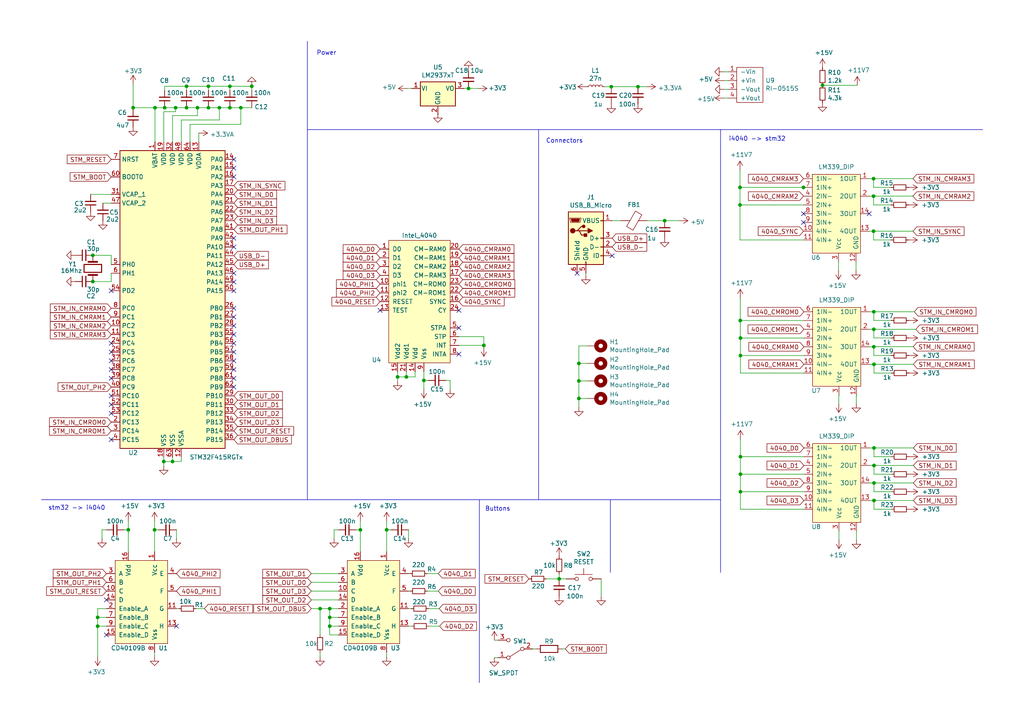
<source format=kicad_sch>
(kicad_sch (version 20230121) (generator eeschema)
  (paper "A4")
  (title_block (title "stm32-based memory emulator for MCS4 v2") (company "Mark Ablovatskii"))
  (lib_symbols
    (symbol "Connector:USB_B_Micro" (pin_names (offset 1.016))
      (property "Reference" "J" (at -5.08 11.43 0))
      (property "Value" "USB_B_Micro" (at -5.08 8.89 0))
      (symbol "USB_B_Micro_1_1"
        (pin power_out line (at 7.62 5.08 180) (length 2.54) (name "VBUS") (number "1"))
        (pin bidirectional line (at 7.62 -2.54 180) (length 2.54) (name "D-") (number "2"))
        (pin bidirectional line (at 7.62 0 180) (length 2.54) (name "D+") (number "3"))
        (pin passive line (at 7.62 -5.08 180) (length 2.54) (name "ID") (number "4"))
        (pin power_out line (at 0 -10.16 90) (length 2.54) (name "GND") (number "5"))
        (pin passive line (at -2.54 -10.16 90) (length 2.54) (name "Shield") (number "6"))
      )
    )
    (symbol "Device:C_Small" (pin_numbers hide) (pin_names (offset 0.254) hide)
      (property "Reference" "C" (at 0.254 1.778 0))
      (property "Value" "C_Small" (at 0.254 -2.032 0))
      (symbol "C_Small_1_1"
        (pin passive line (at 0 2.54 270) (length 2.032) (name "~") (number "1"))
        (pin passive line (at 0 -2.54 90) (length 2.032) (name "~") (number "2"))
      )
    )
    (symbol "Device:Crystal" (pin_numbers hide) (pin_names (offset 1.016) hide)
      (property "Reference" "Y" (at 0 3.81 0))
      (property "Value" "Crystal" (at 0 -3.81 0))
      (symbol "Crystal_1_1"
        (pin passive line (at -3.81 0 0) (length 1.27) (name "1") (number "1"))
        (pin passive line (at 3.81 0 180) (length 1.27) (name "2") (number "2"))
      )
    )
    (symbol "Device:L_Small" (pin_numbers hide) (pin_names (offset 0.254) hide)
      (property "Reference" "L" (at 0.762 1.016 0))
      (property "Value" "L_Small" (at 0.762 -1.016 0))
      (symbol "L_Small_1_1"
        (pin passive line (at 0 2.54 270) (length 0.508) (name "~") (number "1"))
        (pin passive line (at 0 -2.54 90) (length 0.508) (name "~") (number "2"))
      )
    )
    (symbol "Device:R" (pin_numbers hide) (pin_names (offset 0))
      (property "Reference" "R" (at 2.032 0 90))
      (property "Value" "R" (at 0 0 90))
      (symbol "R_1_1"
        (pin passive line (at 0 3.81 270) (length 1.27) (name "~") (number "1"))
        (pin passive line (at 0 -3.81 90) (length 1.27) (name "~") (number "2"))
      )
    )
    (symbol "Device:R_Small" (pin_numbers hide) (pin_names (offset 0.254) hide)
      (property "Reference" "R" (at 0.762 0.508 0))
      (property "Value" "R_Small" (at 0.762 -1.016 0))
      (symbol "R_Small_1_1"
        (pin passive line (at 0 2.54 270) (length 0.762) (name "~") (number "1"))
        (pin passive line (at 0 -2.54 90) (length 0.762) (name "~") (number "2"))
      )
    )
    (symbol "Mechanical:MountingHole_Pad" (pin_numbers hide) (pin_names (offset 1.016) hide)
      (property "Reference" "H" (at 0 6.35 0))
      (property "Value" "MountingHole_Pad" (at 0 4.445 0))
      (symbol "MountingHole_Pad_1_1"
        (pin input line (at 0 -2.54 90) (length 2.54) (name "1") (number "1"))
      )
    )
    (symbol "Regulator_Linear:LM2937xT" (pin_names (offset 0.254))
      (property "Reference" "U" (at -3.81 3.175 0))
      (property "Value" "LM2937xT" (at 0 3.175 0))
      (symbol "LM2937xT_1_1"
        (pin power_in line (at -7.62 0 0) (length 2.54) (name "VI") (number "1"))
        (pin power_in line (at 0 -7.62 90) (length 2.54) (name "GND") (number "2"))
        (pin power_out line (at 7.62 0 180) (length 2.54) (name "VO") (number "3"))
      )
    )
    (symbol "Switch:SW_Push" (pin_numbers hide) (pin_names (offset 1.016) hide)
      (property "Reference" "SW" (at 1.27 2.54 0))
      (property "Value" "SW_Push" (at 0 -1.524 0))
      (symbol "SW_Push_0_1"
        (pin passive line (at -5.08 0 0) (length 2.54) (name "1") (number "1"))
        (pin passive line (at 5.08 0 180) (length 2.54) (name "2") (number "2"))
      )
    )
    (symbol "Switch:SW_SPDT" (pin_names (offset 0) hide)
      (property "Reference" "SW" (at 0 4.318 0))
      (property "Value" "SW_SPDT" (at 0 -5.08 0))
      (symbol "SW_SPDT_1_1"
        (pin passive line (at 5.08 2.54 180) (length 2.54) (name "A") (number "1"))
        (pin passive line (at -5.08 0 0) (length 2.54) (name "B") (number "2"))
        (pin passive line (at 5.08 -2.54 180) (length 2.54) (name "C") (number "3"))
      )
    )
    (symbol "i4040-sbc:+11V7-power" (power) (pin_names (offset 0))
      (property "Value" "+11V7-power" (at 0 3.556 0))
      (symbol "+11V7-power_1_1"
        (pin power_in line (at 0 0 90) (length 0) hide (name "+11V7") (number "1"))
      )
    )
    (symbol "i4040-sbc:+3.3V-power" (power) (pin_names (offset 0))
      (property "Value" "+3.3V-power" (at 0 3.556 0))
      (symbol "+3.3V-power_1_1"
        (pin power_in line (at 0 0 90) (length 0) hide (name "+3V3") (number "1"))
      )
    )
    (symbol "i4040-sbc:CD40109B-Logic_LevelTranslator" (pin_names (offset 1.016))
      (property "Reference" "U?" (at -1.27 2.54 0))
      (property "Value" "Logic_LevelTranslator_CD40109B" (at -3.81 -24.13 0))
      (symbol "CD40109B-Logic_LevelTranslator_1_1"
        (pin power_in line (at 3.81 3.81 270) (length 2.54) (name "Vcc") (number "1"))
        (pin input line (at -10.16 -7.62 0) (length 2.54) (name "C") (number "10"))
        (pin output line (at 10.16 -12.7 180) (length 2.54) (name "G") (number "11"))
        (pin output line (at 10.16 -17.78 180) (length 2.54) (name "H") (number "13"))
        (pin input line (at -10.16 -10.16 0) (length 2.54) (name "D") (number "14"))
        (pin input line (at -10.16 -20.32 0) (length 2.54) (name "Enable_D") (number "15"))
        (pin power_in line (at -3.81 3.81 270) (length 2.54) (name "Vdd") (number "16"))
        (pin input line (at -10.16 -12.7 0) (length 2.54) (name "Enable_A") (number "2"))
        (pin input line (at -10.16 -2.54 0) (length 2.54) (name "A") (number "3"))
        (pin output line (at 10.16 -2.54 180) (length 2.54) (name "E") (number "4"))
        (pin output line (at 10.16 -7.62 180) (length 2.54) (name "F") (number "5"))
        (pin input line (at -10.16 -5.08 0) (length 2.54) (name "B") (number "6"))
        (pin input line (at -10.16 -15.24 0) (length 2.54) (name "Enable_B") (number "7"))
        (pin power_in line (at 3.81 -25.4 90) (length 2.54) (name "Vss") (number "8"))
        (pin input line (at -10.16 -17.78 0) (length 2.54) (name "Enable_C") (number "9"))
      )
    )
    (symbol "i4040-sbc:Ferrite_Bead-Device" (pin_numbers hide) (pin_names (offset 0))
      (property "Reference" "FB" (at -3.81 0.635 90))
      (property "Value" "Device_Ferrite_Bead" (at 3.81 0 90))
      (symbol "Ferrite_Bead-Device_1_1"
        (pin passive line (at 0 3.81 270) (length 2.54) (name "~") (number "1"))
        (pin passive line (at 0 -3.81 90) (length 2.54) (name "~") (number "2"))
      )
    )
    (symbol "i4040-sbc:Intel_4040" (pin_names (offset 1.016))
      (property "Reference" "U?" (at -8.89 -38.1 0))
      (property "Value" "Intel_4040" (at 2.54 1.27 0))
      (symbol "Intel_4040_1_1"
        (pin bidirectional line (at -8.89 -2.54 0) (length 2.54) (name "D0") (number "1"))
        (pin input line (at -8.89 -12.7 0) (length 2.54) (name "phi1") (number "10"))
        (pin input line (at -8.89 -15.24 0) (length 2.54) (name "phi2") (number "11"))
        (pin input line (at -8.89 -17.78 0) (length 2.54) (name "RESET") (number "12"))
        (pin input line (at -8.89 -20.32 0) (length 2.54) (name "TEST") (number "13"))
        (pin power_in line (at 1.27 -38.1 90) (length 2.54) (name "Vdd") (number "14"))
        (pin power_in line (at -3.81 -38.1 90) (length 2.54) (name "Vdd2") (number "15"))
        (pin output line (at 13.97 -17.78 180) (length 2.54) (name "SYNC") (number "16"))
        (pin output line (at 13.97 -10.16 180) (length 2.54) (name "CM-RAM3") (number "17"))
        (pin output line (at 13.97 -7.62 180) (length 2.54) (name "CM-RAM2") (number "18"))
        (pin output line (at 13.97 -5.08 180) (length 2.54) (name "CM-RAM1") (number "19"))
        (pin bidirectional line (at -8.89 -5.08 0) (length 2.54) (name "D1") (number "2"))
        (pin output line (at 13.97 -2.54 180) (length 2.54) (name "CM-RAM0") (number "20"))
        (pin power_in line (at -1.27 -38.1 90) (length 2.54) (name "Vdd1") (number "21"))
        (pin output line (at 13.97 -15.24 180) (length 2.54) (name "CM-ROM1") (number "22"))
        (pin output line (at 13.97 -12.7 180) (length 2.54) (name "CM-ROM0") (number "23"))
        (pin output line (at 13.97 -20.32 180) (length 2.54) (name "CY") (number "24"))
        (pin bidirectional line (at -8.89 -7.62 0) (length 2.54) (name "D2") (number "3"))
        (pin bidirectional line (at -8.89 -10.16 0) (length 2.54) (name "D3") (number "4"))
        (pin output line (at 13.97 -25.4 180) (length 2.54) (name "STPA") (number "5"))
        (pin input line (at 13.97 -27.94 180) (length 2.54) (name "STP") (number "6"))
        (pin input line (at 13.97 -30.48 180) (length 2.54) (name "INT") (number "7"))
        (pin output line (at 13.97 -33.02 180) (length 2.54) (name "INTA") (number "8"))
        (pin power_in line (at 3.81 -38.1 90) (length 2.54) (name "Vss") (number "9"))
      )
    )
    (symbol "i4040-sbc:LM339_DIP-Comparator" (pin_names (offset 1.016))
      (property "Reference" "U?" (at -5.08 -25.4 0))
      (property "Value" "Comparator_LM339_DIP" (at 0 1.27 0))
      (symbol "LM339_DIP-Comparator_1_1"
        (pin output line (at 8.89 -1.27 180) (length 2.54) (name "1OUT") (number "1"))
        (pin input line (at -10.16 -16.51 0) (length 2.54) (name "4IN-") (number "10"))
        (pin input line (at -10.16 -19.05 0) (length 2.54) (name "4IN+") (number "11"))
        (pin power_in line (at 5.08 -25.4 90) (length 2.54) (name "GND") (number "12"))
        (pin output line (at 8.89 -16.51 180) (length 2.54) (name "4OUT") (number "13"))
        (pin output line (at 8.89 -11.43 180) (length 2.54) (name "3OUT") (number "14"))
        (pin output line (at 8.89 -6.35 180) (length 2.54) (name "2OUT") (number "2"))
        (pin power_in line (at 0 -25.4 90) (length 2.54) (name "Vcc") (number "3"))
        (pin input line (at -10.16 -6.35 0) (length 2.54) (name "2IN-") (number "4"))
        (pin input line (at -10.16 -8.89 0) (length 2.54) (name "2IN+") (number "5"))
        (pin input line (at -10.16 -1.27 0) (length 2.54) (name "1IN-") (number "6"))
        (pin input line (at -10.16 -3.81 0) (length 2.54) (name "1IN+") (number "7"))
        (pin input line (at -10.16 -11.43 0) (length 2.54) (name "3IN-") (number "8"))
        (pin input line (at -10.16 -13.97 0) (length 2.54) (name "3IN+") (number "9"))
      )
    )
    (symbol "i4040-sbc:RI-0515S-Converter_DCDC" (pin_names (offset 1.016))
      (property "Reference" "U9" (at 5.7912 10.1854 0))
      (property "Value" "RI-0515S" (at 5.7912 7.874 0))
      (symbol "RI-0515S-Converter_DCDC_1_1"
        (pin power_in line (at -5.08 12.7 0) (length 2.54) (name "-Vin") (number "1"))
        (pin power_in line (at -5.08 10.16 0) (length 2.54) (name "+Vin") (number "2"))
        (pin power_in line (at -5.08 7.62 0) (length 2.54) (name "-Vout") (number "3"))
        (pin power_out line (at -5.08 5.08 0) (length 2.54) (name "+Vout") (number "4"))
      )
    )
    (symbol "i4040-sbc:STM32F415RGTx-MCU_ST_STM32F4"
      (property "Reference" "U" (at -15.24 44.45 0))
      (property "Value" "MCU_ST_STM32F4_STM32F415RGTx" (at 10.16 44.45 0))
      (symbol "STM32F415RGTx-MCU_ST_STM32F4_1_1"
        (pin power_in line (at -5.08 45.72 270) (length 2.54) (name "VBAT") (number "1"))
        (pin bidirectional line (at -17.78 -7.62 0) (length 2.54) (name "PC2") (number "10"))
        (pin bidirectional line (at -17.78 -10.16 0) (length 2.54) (name "PC3") (number "11"))
        (pin power_in line (at 2.54 -45.72 90) (length 2.54) (name "VSSA") (number "12"))
        (pin power_in line (at 7.62 45.72 270) (length 2.54) (name "VDDA") (number "13"))
        (pin bidirectional line (at 17.78 40.64 180) (length 2.54) (name "PA0") (number "14"))
        (pin bidirectional line (at 17.78 38.1 180) (length 2.54) (name "PA1") (number "15"))
        (pin bidirectional line (at 17.78 35.56 180) (length 2.54) (name "PA2") (number "16"))
        (pin bidirectional line (at 17.78 33.02 180) (length 2.54) (name "PA3") (number "17"))
        (pin power_in line (at -2.54 -45.72 90) (length 2.54) (name "VSS") (number "18"))
        (pin power_in line (at -2.54 45.72 270) (length 2.54) (name "VDD") (number "19"))
        (pin bidirectional line (at -17.78 -35.56 0) (length 2.54) (name "PC13") (number "2"))
        (pin bidirectional line (at 17.78 30.48 180) (length 2.54) (name "PA4") (number "20"))
        (pin bidirectional line (at 17.78 27.94 180) (length 2.54) (name "PA5") (number "21"))
        (pin bidirectional line (at 17.78 25.4 180) (length 2.54) (name "PA6") (number "22"))
        (pin bidirectional line (at 17.78 22.86 180) (length 2.54) (name "PA7") (number "23"))
        (pin bidirectional line (at -17.78 -12.7 0) (length 2.54) (name "PC4") (number "24"))
        (pin bidirectional line (at -17.78 -15.24 0) (length 2.54) (name "PC5") (number "25"))
        (pin bidirectional line (at 17.78 -2.54 180) (length 2.54) (name "PB0") (number "26"))
        (pin bidirectional line (at 17.78 -5.08 180) (length 2.54) (name "PB1") (number "27"))
        (pin bidirectional line (at 17.78 -7.62 180) (length 2.54) (name "PB2") (number "28"))
        (pin bidirectional line (at 17.78 -27.94 180) (length 2.54) (name "PB10") (number "29"))
        (pin bidirectional line (at -17.78 -38.1 0) (length 2.54) (name "PC14") (number "3"))
        (pin bidirectional line (at 17.78 -30.48 180) (length 2.54) (name "PB11") (number "30"))
        (pin power_in line (at -17.78 30.48 0) (length 2.54) (name "VCAP_1") (number "31"))
        (pin power_in line (at 0 45.72 270) (length 2.54) (name "VDD") (number "32"))
        (pin bidirectional line (at 17.78 -33.02 180) (length 2.54) (name "PB12") (number "33"))
        (pin bidirectional line (at 17.78 -35.56 180) (length 2.54) (name "PB13") (number "34"))
        (pin bidirectional line (at 17.78 -38.1 180) (length 2.54) (name "PB14") (number "35"))
        (pin bidirectional line (at 17.78 -40.64 180) (length 2.54) (name "PB15") (number "36"))
        (pin bidirectional line (at -17.78 -17.78 0) (length 2.54) (name "PC6") (number "37"))
        (pin bidirectional line (at -17.78 -20.32 0) (length 2.54) (name "PC7") (number "38"))
        (pin bidirectional line (at -17.78 -22.86 0) (length 2.54) (name "PC8") (number "39"))
        (pin bidirectional line (at -17.78 -40.64 0) (length 2.54) (name "PC15") (number "4"))
        (pin bidirectional line (at -17.78 -25.4 0) (length 2.54) (name "PC9") (number "40"))
        (pin bidirectional line (at 17.78 20.32 180) (length 2.54) (name "PA8") (number "41"))
        (pin bidirectional line (at 17.78 17.78 180) (length 2.54) (name "PA9") (number "42"))
        (pin bidirectional line (at 17.78 15.24 180) (length 2.54) (name "PA10") (number "43"))
        (pin bidirectional line (at 17.78 12.7 180) (length 2.54) (name "PA11") (number "44"))
        (pin bidirectional line (at 17.78 10.16 180) (length 2.54) (name "PA12") (number "45"))
        (pin bidirectional line (at 17.78 7.62 180) (length 2.54) (name "PA13") (number "46"))
        (pin power_in line (at -17.78 27.94 0) (length 2.54) (name "VCAP_2") (number "47"))
        (pin power_in line (at 2.54 45.72 270) (length 2.54) (name "VDD") (number "48"))
        (pin bidirectional line (at 17.78 5.08 180) (length 2.54) (name "PA14") (number "49"))
        (pin input line (at -17.78 10.16 0) (length 2.54) (name "PH0") (number "5"))
        (pin bidirectional line (at 17.78 2.54 180) (length 2.54) (name "PA15") (number "50"))
        (pin bidirectional line (at -17.78 -27.94 0) (length 2.54) (name "PC10") (number "51"))
        (pin bidirectional line (at -17.78 -30.48 0) (length 2.54) (name "PC11") (number "52"))
        (pin bidirectional line (at -17.78 -33.02 0) (length 2.54) (name "PC12") (number "53"))
        (pin bidirectional line (at -17.78 2.54 0) (length 2.54) (name "PD2") (number "54"))
        (pin bidirectional line (at 17.78 -10.16 180) (length 2.54) (name "PB3") (number "55"))
        (pin bidirectional line (at 17.78 -12.7 180) (length 2.54) (name "PB4") (number "56"))
        (pin bidirectional line (at 17.78 -15.24 180) (length 2.54) (name "PB5") (number "57"))
        (pin bidirectional line (at 17.78 -17.78 180) (length 2.54) (name "PB6") (number "58"))
        (pin bidirectional line (at 17.78 -20.32 180) (length 2.54) (name "PB7") (number "59"))
        (pin input line (at -17.78 7.62 0) (length 2.54) (name "PH1") (number "6"))
        (pin input line (at -17.78 35.56 0) (length 2.54) (name "BOOT0") (number "60"))
        (pin bidirectional line (at 17.78 -22.86 180) (length 2.54) (name "PB8") (number "61"))
        (pin bidirectional line (at 17.78 -25.4 180) (length 2.54) (name "PB9") (number "62"))
        (pin power_in line (at 0 -45.72 90) (length 2.54) (name "VSS") (number "63"))
        (pin power_in line (at 5.08 45.72 270) (length 2.54) (name "VDD") (number "64"))
        (pin input line (at -17.78 40.64 0) (length 2.54) (name "NRST") (number "7"))
        (pin bidirectional line (at -17.78 -2.54 0) (length 2.54) (name "PC0") (number "8"))
        (pin bidirectional line (at -17.78 -5.08 0) (length 2.54) (name "PC1") (number "9"))
      )
    )
    (symbol "power:+15V" (power) (pin_names (offset 0))
      (property "Value" "+15V" (at 0 3.556 0))
      (symbol "+15V_1_1"
        (pin power_in line (at 0 0 90) (length 0) hide (name "+15V") (number "1"))
      )
    )
    (symbol "power:+3.3VA" (power) (pin_names (offset 0))
      (property "Value" "+3.3VA" (at 0 3.556 0))
      (symbol "+3.3VA_1_1"
        (pin power_in line (at 0 0 90) (length 0) hide (name "+3.3VA") (number "1"))
      )
    )
    (symbol "power:+5V" (power) (pin_names (offset 0))
      (property "Value" "+5V" (at 0 3.556 0))
      (symbol "+5V_1_1"
        (pin power_in line (at 0 0 90) (length 0) hide (name "+5V") (number "1"))
      )
    )
    (symbol "power:GND" (power) (pin_names (offset 0))
      (property "Value" "GND" (at 0 -3.81 0))
      (symbol "GND_1_1"
        (pin power_in line (at 0 0 270) (length 0) hide (name "GND") (number "1"))
      )
    )
  )
  (junction (at 60.452 25.019))
  (junction (at 115.316 109.3216))
  (junction (at 92.837 176.53))
  (junction (at 122.936 110.3376))
  (junction (at 54.102 31.242))
  (junction (at 28.321 181.61))
  (junction (at 95.631 181.61))
  (junction (at 253.492 135.001))
  (junction (at 162.179 167.894))
  (junction (at 54.102 25.019))
  (junction (at 66.675 31.242))
  (junction (at 66.675 25.019))
  (junction (at 44.958 31.242))
  (junction (at 167.894 110.49))
  (junction (at 253.4412 100.584))
  (junction (at 135.89 25.654))
  (junction (at 192.786 64.008))
  (junction (at 253.365 67.056))
  (junction (at 37.211 153.67))
  (junction (at 214.757 98.044))
  (junction (at 47.498 133.858))
  (junction (at 117.856 109.3216))
  (junction (at 95.631 176.53))
  (junction (at 253.492 105.664))
  (junction (at 38.608 31.242))
  (junction (at 112.141 153.67))
  (junction (at 26.924 81.661))
  (junction (at 253.365 56.896))
  (junction (at 104.521 153.67))
  (junction (at 177.292 25.146))
  (junction (at 57.277 31.242))
  (junction (at 238.5568 24.7396))
  (junction (at 60.452 31.242))
  (junction (at 253.365 51.816))
  (junction (at 73.025 25.019))
  (junction (at 253.492 129.921))
  (junction (at 47.752 31.242))
  (junction (at 233.045 54.356))
  (junction (at 214.757 132.461))
  (junction (at 44.831 153.67))
  (junction (at 253.492 145.161))
  (junction (at 214.63 59.436))
  (junction (at 214.63 54.356))
  (junction (at 214.757 103.124))
  (junction (at 26.924 74.041))
  (junction (at 214.757 137.541))
  (junction (at 214.7062 92.964))
  (junction (at 253.492 140.081))
  (junction (at 167.894 105.41))
  (junction (at 253.4412 90.424))
  (junction (at 140.335 100.1776))
  (junction (at 95.631 179.07))
  (junction (at 167.894 115.57))
  (junction (at 50.927 31.242))
  (junction (at 50.038 133.858))
  (junction (at 69.85 31.242))
  (junction (at 253.4412 95.504))
  (junction (at 63.627 31.242))
  (junction (at 28.321 179.07))
  (junction (at 185.039 25.146))
  (junction (at 214.757 142.621))
  (no_connect (at 67.818 71.628))
  (no_connect (at 67.818 81.788))
  (no_connect (at 67.818 107.188))
  (no_connect (at 67.818 102.108))
  (no_connect (at 233.045 61.976))
  (no_connect (at 133.096 95.0976))
  (no_connect (at 67.818 112.268))
  (no_connect (at 30.861 173.99))
  (no_connect (at 32.258 114.808))
  (no_connect (at 67.818 109.728))
  (no_connect (at 32.258 119.888))
  (no_connect (at 67.818 94.488))
  (no_connect (at 167.386 79.248))
  (no_connect (at 32.258 84.328))
  (no_connect (at 67.818 69.088))
  (no_connect (at 32.258 127.508))
  (no_connect (at 67.818 97.028))
  (no_connect (at 32.258 104.648))
  (no_connect (at 67.818 51.308))
  (no_connect (at 233.045 64.516))
  (no_connect (at 110.236 90.0176))
  (no_connect (at 67.818 91.948))
  (no_connect (at 67.818 104.648))
  (no_connect (at 67.818 48.768))
  (no_connect (at 177.546 74.168))
  (no_connect (at 32.258 109.728))
  (no_connect (at 133.096 102.7176))
  (no_connect (at 67.818 79.248))
  (no_connect (at 67.818 89.408))
  (no_connect (at 67.818 46.228))
  (no_connect (at 32.258 99.568))
  (no_connect (at 252.095 61.976))
  (no_connect (at 133.096 90.0176))
  (no_connect (at 30.861 184.15))
  (no_connect (at 32.258 102.108))
  (no_connect (at 67.818 84.328))
  (no_connect (at 32.258 107.188))
  (no_connect (at 51.181 181.61))
  (no_connect (at 32.258 117.348))
  (no_connect (at 67.818 99.568))
  (wire (pts (xy 170.434 100.33) (xy 167.894 100.33)))
  (wire (pts (xy 253.365 69.596) (xy 253.365 67.056)))
  (wire (pts (xy 248.412 156.591) (xy 248.412 154.051)))
  (wire (pts (xy 47.498 32.385) (xy 50.927 32.385)))
  (wire (pts (xy 214.757 137.541) (xy 214.757 132.461)))
  (wire (pts (xy 258.572 132.461) (xy 253.492 132.461)))
  (wire (pts (xy 32.258 81.661) (xy 26.924 81.661)))
  (wire (pts (xy 73.025 26.162) (xy 73.025 25.019)))
  (polyline (pts (xy 89.154 11.9888) (xy 89.154 144.9324)))
  (wire (pts (xy 30.861 181.61) (xy 28.321 181.61)))
  (wire (pts (xy 122.936 107.7976) (xy 122.936 110.3376)))
  (wire (pts (xy 253.365 54.356) (xy 253.365 51.816)))
  (wire (pts (xy 51.181 176.53) (xy 51.816 176.53)))
  (wire (pts (xy 90.297 176.53) (xy 92.837 176.53)))
  (wire (pts (xy 118.491 176.53) (xy 119.253 176.53)))
  (wire (pts (xy 122.936 112.8776) (xy 122.936 110.3376)))
  (wire (pts (xy 135.89 25.654) (xy 138.684 25.654)))
  (wire (pts (xy 57.277 33.528) (xy 57.277 31.242)))
  (wire (pts (xy 47.498 132.588) (xy 47.498 133.858)))
  (wire (pts (xy 214.757 142.621) (xy 214.757 137.541)))
  (wire (pts (xy 57.658 38.608) (xy 57.658 41.148)))
  (wire (pts (xy 123.9774 171.45) (xy 127.1524 171.45)))
  (wire (pts (xy 50.038 133.858) (xy 52.578 133.858)))
  (wire (pts (xy 26.289 56.388) (xy 32.258 56.388)))
  (wire (pts (xy 253.492 108.204) (xy 253.492 105.664)))
  (wire (pts (xy 95.631 176.53) (xy 98.171 176.53)))
  (polyline (pts (xy 177.038 144.9324) (xy 208.9912 144.9324)))
  (wire (pts (xy 252.222 140.081) (xy 253.492 140.081)))
  (wire (pts (xy 170.434 105.41) (xy 167.894 105.41)))
  (wire (pts (xy 214.757 127.381) (xy 214.757 132.461)))
  (wire (pts (xy 253.4412 95.504) (xy 252.222 95.504)))
  (wire (pts (xy 253.4412 100.584) (xy 253.4412 100.5586)))
  (wire (pts (xy 96.901 153.67) (xy 98.171 153.67)))
  (wire (pts (xy 57.277 31.242) (xy 60.452 31.242)))
  (polyline (pts (xy 139.0396 144.9324) (xy 139.0396 197.993)))
  (wire (pts (xy 252.095 51.816) (xy 253.365 51.816)))
  (wire (pts (xy 115.316 109.3216) (xy 117.856 109.3216)))
  (wire (pts (xy 252.222 105.664) (xy 253.492 105.664)))
  (wire (pts (xy 192.786 64.008) (xy 196.977 64.008)))
  (wire (pts (xy 248.412 114.808) (xy 248.3612 114.808)))
  (wire (pts (xy 44.958 41.148) (xy 44.958 31.242)))
  (wire (pts (xy 133.096 97.6376) (xy 140.335 97.6376)))
  (wire (pts (xy 104.521 153.67) (xy 104.521 160.02)))
  (wire (pts (xy 214.63 49.276) (xy 214.63 54.356)))
  (wire (pts (xy 95.631 181.61) (xy 98.171 181.61)))
  (wire (pts (xy 253.4412 90.424) (xy 253.4412 92.9386)))
  (wire (pts (xy 95.631 184.15) (xy 98.171 184.15)))
  (wire (pts (xy 253.4412 95.504) (xy 253.4412 98.0186)))
  (wire (pts (xy 177.546 64.008) (xy 180.086 64.008)))
  (wire (pts (xy 92.837 176.53) (xy 92.837 184.15)))
  (wire (pts (xy 264.922 135.001) (xy 253.492 135.001)))
  (wire (pts (xy 162.179 167.894) (xy 164.211 167.894)))
  (wire (pts (xy 47.498 133.858) (xy 50.038 133.858)))
  (wire (pts (xy 143.383 185.674) (xy 144.399 185.674)))
  (wire (pts (xy 28.321 179.07) (xy 28.321 181.61)))
  (wire (pts (xy 253.4412 90.424) (xy 265.176 90.424)))
  (wire (pts (xy 264.922 140.081) (xy 253.492 140.081)))
  (wire (pts (xy 253.365 67.056) (xy 252.095 67.056)))
  (wire (pts (xy 60.452 26.162) (xy 60.452 25.019)))
  (wire (pts (xy 140.335 97.6376) (xy 140.335 100.1776)))
  (wire (pts (xy 253.492 145.161) (xy 252.222 145.161)))
  (wire (pts (xy 264.7188 56.8706) (xy 253.365 56.896)))
  (wire (pts (xy 264.922 105.664) (xy 253.492 105.664)))
  (wire (pts (xy 233.045 69.596) (xy 214.63 69.596)))
  (polyline (pts (xy 177.038 144.9324) (xy 177.038 166.0144)))
  (wire (pts (xy 38.608 24.384) (xy 38.608 31.242)))
  (wire (pts (xy 124.333 176.53) (xy 127.4064 176.53)))
  (wire (pts (xy 92.837 190.5) (xy 92.837 189.23)))
  (wire (pts (xy 112.141 189.23) (xy 112.141 190.5)))
  (wire (pts (xy 69.85 31.242) (xy 66.675 31.242)))
  (wire (pts (xy 243.205 78.486) (xy 243.205 75.946)))
  (wire (pts (xy 264.8712 100.5586) (xy 253.4412 100.5586)))
  (wire (pts (xy 252.222 129.921) (xy 253.492 129.921)))
  (wire (pts (xy 233.172 137.541) (xy 214.757 137.541)))
  (wire (pts (xy 214.757 103.124) (xy 233.172 103.124)))
  (wire (pts (xy 118.491 166.37) (xy 118.8466 166.37)))
  (wire (pts (xy 140.335 100.1776) (xy 140.335 100.8126)))
  (wire (pts (xy 253.365 59.436) (xy 253.365 56.896)))
  (wire (pts (xy 90.297 173.99) (xy 98.171 173.99)))
  (wire (pts (xy 124.4346 181.61) (xy 127.508 181.61)))
  (wire (pts (xy 30.861 179.07) (xy 28.321 179.07)))
  (wire (pts (xy 243.332 114.7572) (xy 243.332 114.554)))
  (wire (pts (xy 118.491 171.45) (xy 118.8974 171.45)))
  (wire (pts (xy 258.572 142.621) (xy 253.492 142.621)))
  (wire (pts (xy 44.831 189.23) (xy 44.831 190.5)))
  (wire (pts (xy 112.141 153.67) (xy 113.411 153.67)))
  (wire (pts (xy 95.631 176.53) (xy 95.631 179.07)))
  (wire (pts (xy 134.62 25.654) (xy 135.89 25.654)))
  (wire (pts (xy 214.63 59.436) (xy 214.63 69.596)))
  (wire (pts (xy 90.297 166.37) (xy 98.171 166.37)))
  (wire (pts (xy 35.941 153.67) (xy 37.211 153.67)))
  (wire (pts (xy 258.572 108.204) (xy 253.492 108.204)))
  (wire (pts (xy 174.371 172.974) (xy 174.371 167.894)))
  (wire (pts (xy 209.9818 25.908) (xy 211.1248 25.908)))
  (wire (pts (xy 167.894 110.49) (xy 167.894 115.57)))
  (wire (pts (xy 170.434 115.57) (xy 167.894 115.57)))
  (wire (pts (xy 214.757 132.461) (xy 233.172 132.461)))
  (wire (pts (xy 54.102 26.162) (xy 54.102 25.019)))
  (wire (pts (xy 214.63 59.436) (xy 233.045 59.436)))
  (polyline (pts (xy 139.0904 144.9324) (xy 177.0279 144.9324)))
  (polyline (pts (xy 89.154 37.592) (xy 285.0388 37.592)))
  (wire (pts (xy 253.4412 90.3986) (xy 253.4412 90.424)))
  (wire (pts (xy 47.752 25.019) (xy 54.102 25.019)))
  (wire (pts (xy 214.757 108.204) (xy 233.172 108.204)))
  (wire (pts (xy 233.045 54.356) (xy 233.172 54.356)))
  (wire (pts (xy 96.901 156.21) (xy 96.901 153.67)))
  (wire (pts (xy 30.861 176.53) (xy 28.321 176.53)))
  (wire (pts (xy 118.491 181.61) (xy 119.3546 181.61)))
  (wire (pts (xy 214.7062 92.964) (xy 233.172 92.964)))
  (wire (pts (xy 264.795 51.816) (xy 253.365 51.816)))
  (wire (pts (xy 120.396 107.7976) (xy 120.396 109.3216)))
  (wire (pts (xy 264.922 145.161) (xy 253.492 145.161)))
  (wire (pts (xy 73.025 31.242) (xy 69.85 31.242)))
  (wire (pts (xy 162.179 167.894) (xy 162.179 166.497)))
  (wire (pts (xy 117.856 109.3216) (xy 120.396 109.3216)))
  (wire (pts (xy 54.102 31.242) (xy 57.277 31.242)))
  (wire (pts (xy 243.2812 114.7572) (xy 243.2812 117.0686)))
  (wire (pts (xy 253.492 132.461) (xy 253.492 129.921)))
  (wire (pts (xy 47.498 41.148) (xy 47.498 32.385)))
  (wire (pts (xy 95.631 179.07) (xy 98.171 179.07)))
  (wire (pts (xy 44.831 153.67) (xy 46.101 153.67)))
  (wire (pts (xy 60.452 25.019) (xy 66.675 25.019)))
  (wire (pts (xy 50.038 133.858) (xy 50.038 132.588)))
  (wire (pts (xy 238.5568 24.7396) (xy 248.6406 24.7396)))
  (wire (pts (xy 163.068 188.214) (xy 163.957 188.214)))
  (wire (pts (xy 55.118 36.068) (xy 69.85 36.068)))
  (wire (pts (xy 258.572 137.541) (xy 253.492 137.541)))
  (wire (pts (xy 258.5212 92.9386) (xy 253.4412 92.9386)))
  (wire (pts (xy 167.894 115.57) (xy 167.894 118.11)))
  (wire (pts (xy 258.445 59.436) (xy 253.365 59.436)))
  (wire (pts (xy 253.492 137.541) (xy 253.492 135.001)))
  (wire (pts (xy 112.141 153.67) (xy 112.141 160.02)))
  (wire (pts (xy 90.297 168.91) (xy 98.171 168.91)))
  (wire (pts (xy 130.556 110.3376) (xy 130.556 112.8776)))
  (wire (pts (xy 252.222 90.424) (xy 253.4412 90.424)))
  (wire (pts (xy 135.89 20.574) (xy 135.89 20.2692)))
  (wire (pts (xy 233.172 147.701) (xy 214.757 147.701)))
  (wire (pts (xy 264.795 56.8706) (xy 264.7188 56.8706)))
  (wire (pts (xy 28.321 181.61) (xy 28.321 190.5)))
  (wire (pts (xy 37.211 151.13) (xy 37.211 153.67)))
  (wire (pts (xy 29.591 153.67) (xy 30.861 153.67)))
  (wire (pts (xy 66.675 26.162) (xy 66.675 25.019)))
  (wire (pts (xy 248.285 78.486) (xy 248.285 75.946)))
  (wire (pts (xy 258.572 147.701) (xy 253.492 147.701)))
  (wire (pts (xy 115.316 107.7976) (xy 115.316 109.3216)))
  (wire (pts (xy 118.491 156.21) (xy 118.491 153.67)))
  (wire (pts (xy 264.922 129.921) (xy 253.492 129.921)))
  (wire (pts (xy 253.4412 103.0986) (xy 253.4412 100.584)))
  (wire (pts (xy 253.4412 100.584) (xy 252.222 100.584)))
  (wire (pts (xy 258.5212 98.0186) (xy 253.4412 98.0186)))
  (wire (pts (xy 214.757 103.124) (xy 214.757 108.204)))
  (wire (pts (xy 52.578 34.798) (xy 63.627 34.798)))
  (wire (pts (xy 211.1248 23.368) (xy 209.9818 23.368)))
  (wire (pts (xy 54.102 25.019) (xy 60.452 25.019)))
  (wire (pts (xy 47.752 31.242) (xy 50.927 31.242)))
  (wire (pts (xy 127 33.274) (xy 127 32.9692)))
  (wire (pts (xy 28.321 176.53) (xy 28.321 179.07)))
  (wire (pts (xy 264.795 56.896) (xy 264.795 56.8706)))
  (wire (pts (xy 133.096 100.1776) (xy 140.335 100.1776)))
  (wire (pts (xy 50.038 41.148) (xy 50.038 33.528)))
  (wire (pts (xy 95.631 179.07) (xy 95.631 181.61)))
  (wire (pts (xy 32.258 76.708) (xy 32.258 74.041)))
  (wire (pts (xy 32.258 79.248) (xy 32.258 81.661)))
  (wire (pts (xy 52.578 41.148) (xy 52.578 34.798)))
  (wire (pts (xy 214.757 98.044) (xy 214.757 103.124)))
  (wire (pts (xy 253.4412 95.504) (xy 265.6332 95.504)))
  (wire (pts (xy 117.856 107.7976) (xy 117.856 109.3216)))
  (wire (pts (xy 95.631 181.61) (xy 95.631 184.15)))
  (wire (pts (xy 69.85 36.068) (xy 69.85 31.242)))
  (wire (pts (xy 59.2836 176.53) (xy 56.896 176.53)))
  (wire (pts (xy 233.172 142.621) (xy 214.757 142.621)))
  (wire (pts (xy 214.7062 86.4616) (xy 214.7062 92.964)))
  (wire (pts (xy 112.141 151.13) (xy 112.141 153.67)))
  (wire (pts (xy 44.831 151.13) (xy 44.831 153.67)))
  (wire (pts (xy 63.627 34.798) (xy 63.627 31.242)))
  (wire (pts (xy 32.258 58.928) (xy 29.845 58.928)))
  (wire (pts (xy 177.292 25.146) (xy 185.039 25.146)))
  (polyline (pts (xy 156.21 37.6428) (xy 156.21 144.8816)))
  (wire (pts (xy 104.521 151.13) (xy 104.521 153.67)))
  (wire (pts (xy 264.795 56.896) (xy 264.7188 56.8706)))
  (wire (pts (xy 175.26 25.146) (xy 177.292 25.146)))
  (wire (pts (xy 47.752 31.242) (xy 44.958 31.242)))
  (wire (pts (xy 123.9266 166.37) (xy 127.127 166.37)))
  (wire (pts (xy 243.332 114.7572) (xy 243.2812 114.7572)))
  (wire (pts (xy 253.492 147.701) (xy 253.492 145.161)))
  (wire (pts (xy 103.251 153.67) (xy 104.521 153.67)))
  (wire (pts (xy 162.179 167.894) (xy 158.496 167.894)))
  (wire (pts (xy 253.492 135.001) (xy 252.222 135.001)))
  (wire (pts (xy 51.181 156.21) (xy 51.181 153.67)))
  (wire (pts (xy 73.025 25.019) (xy 73.025 24.892)))
  (wire (pts (xy 29.591 156.21) (xy 29.591 153.67)))
  (wire (pts (xy 52.578 133.858) (xy 52.578 132.588)))
  (wire (pts (xy 187.706 64.008) (xy 192.786 64.008)))
  (wire (pts (xy 167.894 100.33) (xy 167.894 105.41)))
  (wire (pts (xy 44.958 31.242) (xy 38.608 31.242)))
  (wire (pts (xy 248.412 114.808) (xy 248.412 114.554)))
  (wire (pts (xy 50.927 32.385) (xy 50.927 31.242)))
  (wire (pts (xy 167.894 105.41) (xy 167.894 110.49)))
  (wire (pts (xy 38.608 31.242) (xy 38.608 31.75)))
  (wire (pts (xy 258.445 69.596) (xy 253.365 69.596)))
  (wire (pts (xy 248.3612 114.808) (xy 248.3612 117.0686)))
  (wire (pts (xy 253.365 56.896) (xy 252.095 56.896)))
  (wire (pts (xy 44.831 153.67) (xy 44.831 160.02)))
  (wire (pts (xy 50.927 31.242) (xy 54.102 31.242)))
  (wire (pts (xy 129.286 110.3376) (xy 130.556 110.3376)))
  (wire (pts (xy 122.936 110.3376) (xy 124.206 110.3376)))
  (wire (pts (xy 66.675 25.019) (xy 73.025 25.019)))
  (wire (pts (xy 154.559 188.214) (xy 155.448 188.214)))
  (wire (pts (xy 50.038 33.528) (xy 57.277 33.528)))
  (wire (pts (xy 47.752 26.162) (xy 47.752 25.019)))
  (wire (pts (xy 214.7062 92.964) (xy 214.7062 98.044)))
  (polyline (pts (xy 12.0396 144.9324) (xy 139.0396 144.9324)))
  (wire (pts (xy 118.11 25.654) (xy 119.38 25.654)))
  (wire (pts (xy 37.211 153.67) (xy 37.211 160.02)))
  (wire (pts (xy 253.492 142.621) (xy 253.492 140.081)))
  (wire (pts (xy 55.118 41.148) (xy 55.118 36.068)))
  (wire (pts (xy 143.383 190.754) (xy 144.399 190.754)))
  (wire (pts (xy 264.795 67.056) (xy 253.365 67.056)))
  (wire (pts (xy 214.757 147.701) (xy 214.757 142.621)))
  (polyline (pts (xy 208.9912 37.592) (xy 208.9912 166.0144)))
  (wire (pts (xy 214.757 98.044) (xy 214.7062 98.044)))
  (wire (pts (xy 32.258 74.041) (xy 26.924 74.041)))
  (wire (pts (xy 211.1248 20.828) (xy 209.8548 20.828)))
  (wire (pts (xy 185.039 25.146) (xy 187.579 25.146)))
  (wire (pts (xy 92.837 176.53) (xy 95.631 176.53)))
  (wire (pts (xy 63.627 31.242) (xy 60.452 31.242)))
  (wire (pts (xy 258.5212 103.0986) (xy 253.4412 103.0986)))
  (wire (pts (xy 243.332 156.591) (xy 243.332 154.051)))
  (wire (pts (xy 90.297 171.45) (xy 98.171 171.45)))
  (wire (pts (xy 214.757 98.044) (xy 233.172 98.044)))
  (wire (pts (xy 209.9818 28.448) (xy 211.1248 28.448)))
  (wire (pts (xy 170.434 110.49) (xy 167.894 110.49)))
  (wire (pts (xy 214.63 54.356) (xy 214.63 59.436)))
  (wire (pts (xy 169.926 79.248) (xy 169.926 79.883)))
  (wire (pts (xy 214.63 54.356) (xy 233.045 54.356)))
  (wire (pts (xy 258.445 54.356) (xy 253.365 54.356)))
  (wire (pts (xy 66.675 31.242) (xy 63.627 31.242)))
  (wire (pts (xy 47.498 133.858) (xy 47.498 135.128)))
  (wire (pts (xy 115.316 109.3216) (xy 115.316 110.5916)))
  (text "Buttons" (at 140.6652 148.4376 0) (effects (font (size 1.27 1.27)) (justify left bottom)))
  (text "Connectors" (at 158.3436 41.7068 0) (effects (font (size 1.27 1.27)) (justify left bottom)))
  (text "stm32 -> i4040" (at 13.97 148.1836 0) (effects (font (size 1.27 1.27)) (justify left bottom)))
  (text "Power" (at 91.7956 16.2052 0) (effects (font (size 1.27 1.27)) (justify left bottom)))
  (text "i4040 -> stm32" (at 211.328 41.148 0) (effects (font (size 1.27 1.27)) (justify left bottom)))
  (global_label "STM_OUT_D0" (shape input) (at 67.818 114.808 0) (property "Intersheetrefs" "${INTERSHEET_REFS}" (effects hide)))
  (global_label "4040_CMRAM2" (shape input) (at 133.096 77.3176 0) (property "Intersheetrefs" "${INTERSHEET_REFS}" (effects hide)))
  (global_label "STM_IN_D1" (shape input) (at 67.818 58.928 0) (property "Intersheetrefs" "${INTERSHEET_REFS}" (effects hide)))
  (global_label "4040_RESET" (shape input) (at 110.236 87.4776 180) (property "Intersheetrefs" "${INTERSHEET_REFS}" (effects hide)))
  (global_label "STM_IN_CMRAM0" (shape input) (at 32.258 89.408 180) (property "Intersheetrefs" "${INTERSHEET_REFS}" (effects hide)))
  (global_label "4040_CMROM1" (shape input) (at 233.172 95.504 180) (property "Intersheetrefs" "${INTERSHEET_REFS}" (effects hide)))
  (global_label "STM_IN_D1" (shape input) (at 264.922 135.001 0) (property "Intersheetrefs" "${INTERSHEET_REFS}" (effects hide)))
  (global_label "4040_CMROM1" (shape input) (at 133.096 84.9376 0) (property "Intersheetrefs" "${INTERSHEET_REFS}" (effects hide)))
  (global_label "STM_IN_CMROM0" (shape input) (at 265.176 90.424 0) (property "Intersheetrefs" "${INTERSHEET_REFS}" (effects hide)))
  (global_label "4040_SYNC" (shape input) (at 233.045 67.056 180) (property "Intersheetrefs" "${INTERSHEET_REFS}" (effects hide)))
  (global_label "4040_D3" (shape input) (at 233.172 145.161 180) (property "Intersheetrefs" "${INTERSHEET_REFS}" (effects hide)))
  (global_label "STM_OUT_D2" (shape input) (at 67.818 119.888 0) (property "Intersheetrefs" "${INTERSHEET_REFS}" (effects hide)))
  (global_label "4040_CMROM0" (shape input) (at 233.172 90.424 180) (property "Intersheetrefs" "${INTERSHEET_REFS}" (effects hide)))
  (global_label "USB_D-" (shape input) (at 177.546 71.628 0) (property "Intersheetrefs" "${INTERSHEET_REFS}" (effects hide)))
  (global_label "STM_OUT_DBUS" (shape input) (at 90.297 176.53 180) (property "Intersheetrefs" "${INTERSHEET_REFS}" (effects hide)))
  (global_label "STM_IN_SYNC" (shape input) (at 67.818 53.848 0) (property "Intersheetrefs" "${INTERSHEET_REFS}" (effects hide)))
  (global_label "4040_PHI1" (shape input) (at 51.181 171.45 0) (property "Intersheetrefs" "${INTERSHEET_REFS}" (effects hide)))
  (global_label "STM_IN_D3" (shape input) (at 67.818 64.008 0) (property "Intersheetrefs" "${INTERSHEET_REFS}" (effects hide)))
  (global_label "STM_IN_CMRAM2" (shape input) (at 32.258 94.488 180) (property "Intersheetrefs" "${INTERSHEET_REFS}" (effects hide)))
  (global_label "STM_BOOT" (shape input) (at 163.957 188.214 0) (property "Intersheetrefs" "${INTERSHEET_REFS}" (effects hide)))
  (global_label "STM_OUT_PH1" (shape input) (at 67.818 66.548 0) (property "Intersheetrefs" "${INTERSHEET_REFS}" (effects hide)))
  (global_label "4040_D1" (shape input) (at 233.172 135.001 180) (property "Intersheetrefs" "${INTERSHEET_REFS}" (effects hide)))
  (global_label "STM_IN_D0" (shape input) (at 264.922 129.921 0) (property "Intersheetrefs" "${INTERSHEET_REFS}" (effects hide)))
  (global_label "STM_IN_CMROM0" (shape input) (at 32.258 122.428 180) (property "Intersheetrefs" "${INTERSHEET_REFS}" (effects hide)))
  (global_label "4040_CMRAM1" (shape input) (at 133.096 74.7776 0) (property "Intersheetrefs" "${INTERSHEET_REFS}" (effects hide)))
  (global_label "STM_IN_D2" (shape input) (at 264.922 140.081 0) (property "Intersheetrefs" "${INTERSHEET_REFS}" (effects hide)))
  (global_label "STM_IN_CMROM1" (shape input) (at 265.6332 95.504 0) (property "Intersheetrefs" "${INTERSHEET_REFS}" (effects hide)))
  (global_label "STM_OUT_PH2" (shape input) (at 30.861 166.37 180) (property "Intersheetrefs" "${INTERSHEET_REFS}" (effects hide)))
  (global_label "4040_D0" (shape input) (at 127.127 171.45 0) (property "Intersheetrefs" "${INTERSHEET_REFS}" (effects hide)))
  (global_label "STM_OUT_DBUS" (shape input) (at 67.818 127.508 0) (property "Intersheetrefs" "${INTERSHEET_REFS}" (effects hide)))
  (global_label "STM_IN_CMRAM1" (shape input) (at 32.258 91.948 180) (property "Intersheetrefs" "${INTERSHEET_REFS}" (effects hide)))
  (global_label "4040_D2" (shape input) (at 127.508 181.61 0) (property "Intersheetrefs" "${INTERSHEET_REFS}" (effects hide)))
  (global_label "STM_OUT_D3" (shape input) (at 67.818 122.428 0) (property "Intersheetrefs" "${INTERSHEET_REFS}" (effects hide)))
  (global_label "STM_IN_CMRAM3" (shape input) (at 264.795 51.816 0) (property "Intersheetrefs" "${INTERSHEET_REFS}" (effects hide)))
  (global_label "4040_CMRAM3" (shape input) (at 233.045 51.816 180) (property "Intersheetrefs" "${INTERSHEET_REFS}" (effects hide)))
  (global_label "4040_D2" (shape input) (at 110.236 77.3176 180) (property "Intersheetrefs" "${INTERSHEET_REFS}" (effects hide)))
  (global_label "STM_IN_CMRAM2" (shape input) (at 264.795 56.896 0) (property "Intersheetrefs" "${INTERSHEET_REFS}" (effects hide)))
  (global_label "4040_PHI1" (shape input) (at 110.236 82.3976 180) (property "Intersheetrefs" "${INTERSHEET_REFS}" (effects hide)))
  (global_label "4040_CMROM0" (shape input) (at 133.096 82.3976 0) (property "Intersheetrefs" "${INTERSHEET_REFS}" (effects hide)))
  (global_label "STM_RESET" (shape input) (at 32.258 46.228 180) (property "Intersheetrefs" "${INTERSHEET_REFS}" (effects hide)))
  (global_label "4040_PHI2" (shape input) (at 110.236 84.9376 180) (property "Intersheetrefs" "${INTERSHEET_REFS}" (effects hide)))
  (global_label "4040_D2" (shape input) (at 233.172 140.081 180) (property "Intersheetrefs" "${INTERSHEET_REFS}" (effects hide)))
  (global_label "STM_OUT_PH1" (shape input) (at 30.861 168.91 180) (property "Intersheetrefs" "${INTERSHEET_REFS}" (effects hide)))
  (global_label "USB_D+" (shape input) (at 177.546 69.088 0) (property "Intersheetrefs" "${INTERSHEET_REFS}" (effects hide)))
  (global_label "STM_IN_SYNC" (shape input) (at 264.795 67.056 0) (property "Intersheetrefs" "${INTERSHEET_REFS}" (effects hide)))
  (global_label "STM_OUT_RESET" (shape input) (at 30.861 171.45 180) (property "Intersheetrefs" "${INTERSHEET_REFS}" (effects hide)))
  (global_label "STM_OUT_RESET" (shape input) (at 67.818 124.968 0) (property "Intersheetrefs" "${INTERSHEET_REFS}" (effects hide)))
  (global_label "STM_IN_D2" (shape input) (at 67.818 61.468 0) (property "Intersheetrefs" "${INTERSHEET_REFS}" (effects hide)))
  (global_label "4040_D1" (shape input) (at 127.127 166.37 0) (property "Intersheetrefs" "${INTERSHEET_REFS}" (effects hide)))
  (global_label "STM_IN_CMRAM3" (shape input) (at 32.258 97.028 180) (property "Intersheetrefs" "${INTERSHEET_REFS}" (effects hide)))
  (global_label "4040_SYNC" (shape input) (at 133.096 87.4776 0) (property "Intersheetrefs" "${INTERSHEET_REFS}" (effects hide)))
  (global_label "STM_OUT_D1" (shape input) (at 67.818 117.348 0) (property "Intersheetrefs" "${INTERSHEET_REFS}" (effects hide)))
  (global_label "STM_BOOT" (shape input) (at 32.258 51.308 180) (property "Intersheetrefs" "${INTERSHEET_REFS}" (effects hide)))
  (global_label "4040_PHI2" (shape input) (at 51.181 166.37 0) (property "Intersheetrefs" "${INTERSHEET_REFS}" (effects hide)))
  (global_label "4040_RESET" (shape input) (at 59.2836 176.53 0) (property "Intersheetrefs" "${INTERSHEET_REFS}" (effects hide)))
  (global_label "STM_IN_D3" (shape input) (at 264.922 145.161 0) (property "Intersheetrefs" "${INTERSHEET_REFS}" (effects hide)))
  (global_label "USB_D+" (shape input) (at 67.818 76.708 0) (property "Intersheetrefs" "${INTERSHEET_REFS}" (effects hide)))
  (global_label "STM_OUT_D2" (shape input) (at 90.297 173.99 180) (property "Intersheetrefs" "${INTERSHEET_REFS}" (effects hide)))
  (global_label "4040_CMRAM0" (shape input) (at 133.096 72.2376 0) (property "Intersheetrefs" "${INTERSHEET_REFS}" (effects hide)))
  (global_label "4040_D1" (shape input) (at 110.236 74.7776 180) (property "Intersheetrefs" "${INTERSHEET_REFS}" (effects hide)))
  (global_label "4040_CMRAM3" (shape input) (at 133.096 79.8576 0) (property "Intersheetrefs" "${INTERSHEET_REFS}" (effects hide)))
  (global_label "4040_D3" (shape input) (at 127.381 176.53 0) (property "Intersheetrefs" "${INTERSHEET_REFS}" (effects hide)))
  (global_label "STM_OUT_D0" (shape input) (at 90.297 168.91 180) (property "Intersheetrefs" "${INTERSHEET_REFS}" (effects hide)))
  (global_label "4040_CMRAM1" (shape input) (at 233.172 105.664 180) (property "Intersheetrefs" "${INTERSHEET_REFS}" (effects hide)))
  (global_label "4040_CMRAM0" (shape input) (at 233.172 100.584 180) (property "Intersheetrefs" "${INTERSHEET_REFS}" (effects hide)))
  (global_label "STM_IN_CMRAM1" (shape input) (at 264.922 105.664 0) (property "Intersheetrefs" "${INTERSHEET_REFS}" (effects hide)))
  (global_label "USB_D-" (shape input) (at 67.818 74.168 0) (property "Intersheetrefs" "${INTERSHEET_REFS}" (effects hide)))
  (global_label "STM_IN_D0" (shape input) (at 67.818 56.388 0) (property "Intersheetrefs" "${INTERSHEET_REFS}" (effects hide)))
  (global_label "STM_OUT_D3" (shape input) (at 90.297 171.45 180) (property "Intersheetrefs" "${INTERSHEET_REFS}" (effects hide)))
  (global_label "STM_IN_CMROM1" (shape input) (at 32.258 124.968 180) (property "Intersheetrefs" "${INTERSHEET_REFS}" (effects hide)))
  (global_label "STM_OUT_PH2" (shape input) (at 32.258 112.268 180) (property "Intersheetrefs" "${INTERSHEET_REFS}" (effects hide)))
  (global_label "STM_RESET" (shape input) (at 153.416 167.894 180) (property "Intersheetrefs" "${INTERSHEET_REFS}" (effects hide)))
  (global_label "4040_D3" (shape input) (at 110.236 79.8576 180) (property "Intersheetrefs" "${INTERSHEET_REFS}" (effects hide)))
  (global_label "4040_CMRAM2" (shape input) (at 233.045 56.896 180) (property "Intersheetrefs" "${INTERSHEET_REFS}" (effects hide)))
  (global_label "4040_D0" (shape input) (at 110.236 72.2376 180) (property "Intersheetrefs" "${INTERSHEET_REFS}" (effects hide)))
  (global_label "4040_D0" (shape input) (at 233.172 129.921 180) (property "Intersheetrefs" "${INTERSHEET_REFS}" (effects hide)))
  (global_label "STM_OUT_D1" (shape input) (at 90.297 166.37 180) (property "Intersheetrefs" "${INTERSHEET_REFS}" (effects hide)))
  (global_label "STM_IN_CMRAM0" (shape input) (at 264.8712 100.5586 0) (property "Intersheetrefs" "${INTERSHEET_REFS}" (effects hide)))
  (symbol (lib_id "power:GND") (at 248.3612 117.0686 0) (unit 1)
    (property "Reference" "#PWR054" (effects hide))
    (property "Value" "GND" (effects hide))
  )
  (symbol (lib_id "power:GND") (at 248.285 78.486 0) (unit 1)
    (property "Reference" "#PWR053" (effects hide))
    (property "Value" "GND" (effects hide))
  )
  (symbol (lib_id "power:GND") (at 248.412 156.591 0) (unit 1)
    (property "Reference" "#PWR055" (effects hide))
    (property "Value" "GND" (effects hide))
  )
  (symbol (lib_id "power:+15V") (at 243.2812 117.0686 180) (unit 1)
    (property "Reference" "#PWR051" (effects hide))
    (property "Value" "+15V" (at 242.9002 121.4628 0))
  )
  (symbol (lib_id "power:+15V") (at 243.205 78.486 180) (unit 1)
    (property "Reference" "#PWR050" (effects hide))
    (property "Value" "+15V" (at 242.824 82.8294 0))
  )
  (symbol (lib_id "power:+15V") (at 243.332 156.591 180) (unit 1)
    (property "Reference" "#PWR052" (effects hide))
    (property "Value" "+15V" (at 242.951 160.9852 0))
  )
  (symbol (lib_id "i4040-sbc:LM339_DIP-Comparator") (at 243.332 89.154 0) (unit 1)
    (property "Reference" "U7" (at 236.728 113.284 0))
    (property "Value" "LM339_DIP" (at 242.697 87.0204 0))
    (property "Footprint" "Package_DIP:DIP-14_W7.62mm_Socket" (effects hide))
  )
  (symbol (lib_id "i4040-sbc:LM339_DIP-Comparator") (at 243.205 50.546 0) (unit 1)
    (property "Reference" "U6" (at 236.601 74.676 0))
    (property "Value" "LM339_DIP" (at 242.57 48.4124 0))
    (property "Footprint" "Package_DIP:DIP-14_W7.62mm_Socket" (effects hide))
  )
  (symbol (lib_id "i4040-sbc:LM339_DIP-Comparator") (at 243.332 128.651 0) (unit 1)
    (property "Reference" "U8" (at 236.728 152.781 0))
    (property "Value" "LM339_DIP" (at 242.697 126.5174 0))
    (property "Footprint" "Package_DIP:DIP-14_W7.62mm_Socket" (effects hide))
  )
  (symbol (lib_id "i4040-sbc:CD40109B-Logic_LevelTranslator") (at 41.021 163.83 0) (unit 1)
    (property "Reference" "U1" (at 47.371 187.96 0))
    (property "Value" "CD40109B" (at 37.211 187.96 0))
    (property "Footprint" "Package_SO:SO-16_5.3x10.2mm_P1.27mm" (effects hide))
  )
  (symbol (lib_id "i4040-sbc:CD40109B-Logic_LevelTranslator") (at 108.331 163.83 0) (unit 1)
    (property "Reference" "U3" (at 114.681 187.96 0))
    (property "Value" "CD40109B" (at 104.521 187.96 0))
    (property "Footprint" "Package_SO:SO-16_5.3x10.2mm_P1.27mm" (effects hide))
  )
  (symbol (lib_id "i4040-sbc:+11V7-power") (at 214.7062 86.4616 0) (unit 1)
    (property "Reference" "#PWR044" (effects hide))
    (property "Value" "+11V7" (at 215.0872 82.0674 0))
  )
  (symbol (lib_id "Device:R_Small") (at 261.0612 98.0186 270) (unit 1)
    (property "Reference" "R18" (at 257.2512 96.7486 90))
    (property "Value" "1k" (at 257.2512 99.2886 90))
    (property "Footprint" "Resistor_THT:R_Axial_DIN0414_L11.9mm_D4.5mm_P15.24mm_Horizontal" (effects hide))
  )
  (symbol (lib_id "i4040-sbc:+3.3V-power") (at 263.6012 98.0186 270) (unit 1)
    (property "Reference" "#PWR065" (effects hide))
    (property "Value" "+3.3V" (at 269.9512 98.0186 90))
  )
  (symbol (lib_id "power:+15V") (at 238.5568 19.6596 0) (unit 1)
    (property "Reference" "#PWR038" (effects hide))
    (property "Value" "+15V" (at 238.9378 15.2654 0))
  )
  (symbol (lib_id "Device:R_Small") (at 238.5568 22.1996 0) (unit 1)
    (property "Reference" "R10" (at 240.0554 21.0312 0) (effects (justify left)))
    (property "Value" "1.2k" (at 240.0554 23.3426 0) (effects (justify left)))
    (property "Footprint" "Resistor_THT:R_Axial_DIN0207_L6.3mm_D2.5mm_P10.16mm_Horizontal" (effects hide))
  )
  (symbol (lib_id "Device:R_Small") (at 238.5568 27.2796 0) (unit 1)
    (property "Reference" "R11" (at 240.0554 26.1112 0) (effects (justify left)))
    (property "Value" "4.3k" (at 240.0554 28.4226 0) (effects (justify left)))
    (property "Footprint" "Resistor_THT:R_Axial_DIN0207_L6.3mm_D2.5mm_P10.16mm_Horizontal" (effects hide))
  )
  (symbol (lib_id "power:GND") (at 238.5568 29.8196 0) (unit 1)
    (property "Reference" "#PWR039" (effects hide))
    (property "Value" "GND" (effects hide))
  )
  (symbol (lib_id "i4040-sbc:+11V7-power") (at 248.6406 24.7396 0) (unit 1)
    (property "Reference" "#PWR042" (effects hide))
    (property "Value" "+11V7" (at 249.0216 20.3454 0))
  )
  (symbol (lib_id "Device:R_Small") (at 261.0612 92.9386 270) (unit 1)
    (property "Reference" "R17" (at 257.2512 91.6686 90))
    (property "Value" "1k" (at 257.2512 94.2086 90))
    (property "Footprint" "Resistor_THT:R_Axial_DIN0414_L11.9mm_D4.5mm_P15.24mm_Horizontal" (effects hide))
  )
  (symbol (lib_id "Device:C_Small") (at 33.401 153.67 270) (unit 1)
    (property "Reference" "C4" (at 33.401 156.21 90))
    (property "Value" "100n" (at 33.401 151.13 90))
    (property "Footprint" "Mine library:C_Disc_D7mm_W5mm_P4.00mm" (effects hide))
  )
  (symbol (lib_id "power:+15V") (at 37.211 151.13 0) (unit 1)
    (property "Reference" "#PWR07" (effects hide))
    (property "Value" "+15V" (at 37.592 146.7358 0))
  )
  (symbol (lib_id "power:GND") (at 29.591 156.21 0) (unit 1)
    (property "Reference" "#PWR04" (effects hide))
    (property "Value" "GND" (effects hide))
  )
  (symbol (lib_id "i4040-sbc:+3.3V-power") (at 263.6012 92.9386 270) (unit 1)
    (property "Reference" "#PWR064" (effects hide))
    (property "Value" "+3.3V" (at 269.9512 92.9386 90))
  )
  (symbol (lib_id "i4040-sbc:+3.3V-power") (at 28.321 190.5 180) (unit 1)
    (property "Reference" "#PWR03" (effects hide))
    (property "Value" "+3.3V" (at 27.94 194.8942 0))
  )
  (symbol (lib_id "i4040-sbc:+11V7-power") (at 214.63 49.276 0) (unit 1)
    (property "Reference" "#PWR043" (effects hide))
    (property "Value" "+11V7" (at 215.011 44.8818 0))
  )
  (symbol (lib_id "power:GND") (at 44.831 190.5 0) (unit 1)
    (property "Reference" "#PWR011" (effects hide))
    (property "Value" "GND" (effects hide))
  )
  (symbol (lib_id "power:GND") (at 112.141 190.5 0) (unit 1)
    (property "Reference" "#PWR020" (effects hide))
    (property "Value" "GND" (effects hide))
  )
  (symbol (lib_id "Device:R_Small") (at 260.985 59.436 270) (unit 1)
    (property "Reference" "R14" (at 257.175 58.166 90))
    (property "Value" "1k" (at 257.175 60.706 90))
    (property "Footprint" "Resistor_THT:R_Axial_DIN0207_L6.3mm_D2.5mm_P10.16mm_Horizontal" (effects hide))
  )
  (symbol (lib_id "i4040-sbc:+3.3V-power") (at 263.525 59.436 270) (unit 1)
    (property "Reference" "#PWR061" (effects hide))
    (property "Value" "+3.3V" (at 269.875 59.436 90))
  )
  (symbol (lib_id "Device:R_Small") (at 260.985 69.596 270) (unit 1)
    (property "Reference" "R16" (at 257.175 68.326 90))
    (property "Value" "1k" (at 257.175 70.866 90))
    (property "Footprint" "Resistor_THT:R_Axial_DIN0207_L6.3mm_D2.5mm_P10.16mm_Horizontal" (effects hide))
  )
  (symbol (lib_id "i4040-sbc:+3.3V-power") (at 263.525 69.596 270) (unit 1)
    (property "Reference" "#PWR063" (effects hide))
    (property "Value" "+3.3V" (at 269.875 69.596 90))
  )
  (symbol (lib_id "Device:R_Small") (at 261.112 137.541 270) (unit 1)
    (property "Reference" "R21" (at 257.302 136.271 90))
    (property "Value" "1k" (at 257.302 138.811 90))
    (property "Footprint" "Resistor_THT:R_Axial_DIN0207_L6.3mm_D2.5mm_P10.16mm_Horizontal" (effects hide))
  )
  (symbol (lib_id "i4040-sbc:+3.3V-power") (at 263.652 137.541 270) (unit 1)
    (property "Reference" "#PWR068" (effects hide))
    (property "Value" "+3.3V" (at 270.002 137.541 90))
  )
  (symbol (lib_id "Device:R_Small") (at 261.112 132.461 270) (unit 1)
    (property "Reference" "R20" (at 257.302 131.191 90))
    (property "Value" "1k" (at 257.302 133.731 90))
    (property "Footprint" "Resistor_THT:R_Axial_DIN0207_L6.3mm_D2.5mm_P10.16mm_Horizontal" (effects hide))
  )
  (symbol (lib_id "i4040-sbc:+3.3V-power") (at 263.652 132.461 270) (unit 1)
    (property "Reference" "#PWR067" (effects hide))
    (property "Value" "+3.3V" (at 270.002 132.461 90))
  )
  (symbol (lib_id "Device:R_Small") (at 261.112 147.701 270) (unit 1)
    (property "Reference" "R23" (at 257.302 146.431 90))
    (property "Value" "1k" (at 257.302 148.971 90))
    (property "Footprint" "Resistor_THT:R_Axial_DIN0207_L6.3mm_D2.5mm_P10.16mm_Horizontal" (effects hide))
  )
  (symbol (lib_id "i4040-sbc:+3.3V-power") (at 263.652 147.701 270) (unit 1)
    (property "Reference" "#PWR070" (effects hide))
    (property "Value" "+3.3V" (at 270.002 147.701 90))
  )
  (symbol (lib_id "Device:R_Small") (at 261.112 142.621 270) (unit 1)
    (property "Reference" "R22" (at 257.302 141.351 90))
    (property "Value" "1k" (at 257.302 143.891 90))
    (property "Footprint" "Resistor_THT:R_Axial_DIN0207_L6.3mm_D2.5mm_P10.16mm_Horizontal" (effects hide))
  )
  (symbol (lib_id "i4040-sbc:+3.3V-power") (at 263.652 142.621 270) (unit 1)
    (property "Reference" "#PWR069" (effects hide))
    (property "Value" "+3.3V" (at 270.002 142.621 90))
  )
  (symbol (lib_id "Device:C_Small") (at 115.951 153.67 270) (unit 1)
    (property "Reference" "C14" (at 115.951 156.21 90))
    (property "Value" "100n" (at 115.951 151.13 90))
    (property "Footprint" "Mine library:C_Disc_D7mm_W5mm_P4.00mm" (effects hide))
  )
  (symbol (lib_id "Device:C_Small") (at 100.711 153.67 270) (unit 1)
    (property "Reference" "C13" (at 100.711 156.21 90))
    (property "Value" "100n" (at 100.711 151.13 90))
    (property "Footprint" "Mine library:C_Disc_D7mm_W5mm_P4.00mm" (effects hide))
  )
  (symbol (lib_id "power:+15V") (at 104.521 151.13 0) (unit 1)
    (property "Reference" "#PWR018" (effects hide))
    (property "Value" "+15V" (at 104.902 146.7358 0))
  )
  (symbol (lib_id "power:GND") (at 96.901 156.21 0) (unit 1)
    (property "Reference" "#PWR017" (effects hide))
    (property "Value" "GND" (effects hide))
  )
  (symbol (lib_id "power:GND") (at 118.491 156.21 0) (unit 1)
    (property "Reference" "#PWR022" (effects hide))
    (property "Value" "GND" (effects hide))
  )
  (symbol (lib_id "i4040-sbc:+3.3V-power") (at 112.141 151.13 0) (unit 1)
    (property "Reference" "#PWR019" (effects hide))
    (property "Value" "+3.3V" (at 112.522 146.7358 0))
  )
  (symbol (lib_id "i4040-sbc:+11V7-power") (at 214.757 127.381 0) (unit 1)
    (property "Reference" "#PWR045" (effects hide))
    (property "Value" "+11V7" (at 215.138 122.9868 0))
  )
  (symbol (lib_id "Device:R_Small") (at 92.837 186.69 180) (unit 1)
    (property "Reference" "R2" (at 95.377 186.69 0))
    (property "Value" "10k" (at 90.297 186.69 0))
    (property "Footprint" "Resistor_THT:R_Axial_DIN0207_L6.3mm_D2.5mm_P10.16mm_Horizontal" (effects hide))
  )
  (symbol (lib_id "power:GND") (at 92.837 190.5 0) (unit 1)
    (property "Reference" "#PWR016" (effects hide))
    (property "Value" "GND" (effects hide))
  )
  (symbol (lib_id "Mechanical:MountingHole_Pad") (at 172.974 100.33 270) (unit 1)
    (property "Reference" "H1" (at 176.784 99.1616 90) (effects (justify left)))
    (property "Value" "MountingHole_Pad" (at 176.784 101.473 90) (effects (justify left)))
    (property "Footprint" "MountingHole:MountingHole_2.2mm_M2_Pad" (effects hide))
  )
  (symbol (lib_id "Mechanical:MountingHole_Pad") (at 172.974 105.41 270) (unit 1)
    (property "Reference" "H2" (at 176.784 104.2416 90) (effects (justify left)))
    (property "Value" "MountingHole_Pad" (at 176.784 106.553 90) (effects (justify left)))
    (property "Footprint" "MountingHole:MountingHole_2.2mm_M2_Pad" (effects hide))
  )
  (symbol (lib_id "Mechanical:MountingHole_Pad") (at 172.974 110.49 270) (unit 1)
    (property "Reference" "H3" (at 176.784 109.3216 90) (effects (justify left)))
    (property "Value" "MountingHole_Pad" (at 176.784 111.633 90) (effects (justify left)))
    (property "Footprint" "MountingHole:MountingHole_2.2mm_M2_Pad" (effects hide))
  )
  (symbol (lib_id "Mechanical:MountingHole_Pad") (at 172.974 115.57 270) (unit 1)
    (property "Reference" "H4" (at 176.784 114.4016 90) (effects (justify left)))
    (property "Value" "MountingHole_Pad" (at 176.784 116.713 90) (effects (justify left)))
    (property "Footprint" "MountingHole:MountingHole_2.2mm_M2_Pad" (effects hide))
  )
  (symbol (lib_id "power:GND") (at 167.894 118.11 0) (unit 1)
    (property "Reference" "#PWR027" (effects hide))
    (property "Value" "GND" (effects hide))
  )
  (symbol (lib_id "Connector:USB_B_Micro") (at 169.926 69.088 0) (unit 1)
    (property "Reference" "J1" (at 171.3738 57.2262 0))
    (property "Value" "USB_B_Micro" (at 171.3738 59.5376 0))
    (property "Footprint" "Connector_USB:USB_Micro-B_Amphenol_10104110_Horizontal" (effects hide))
  )
  (symbol (lib_id "power:GND") (at 169.926 79.883 0) (unit 1)
    (property "Reference" "#PWR025" (effects hide))
    (property "Value" "GND" (effects hide))
  )
  (symbol (lib_id "i4040-sbc:Ferrite_Bead-Device") (at 183.896 64.008 270) (unit 1)
    (property "Reference" "FB1" (at 183.896 59.3852 90))
    (property "Value" "Ferrite_Bead" (effects hide))
    (property "Footprint" "Inductor_SMD:L_0402_1005Metric_Pad0.77x0.64mm_HandSolder" (effects hide))
  )
  (symbol (lib_id "i4040-sbc:RI-0515S-Converter_DCDC") (at 216.2048 33.528 0) (unit 1)
    (property "Reference" "U9" (at 221.996 23.3426 0) (effects (justify left)))
    (property "Value" "RI-0515S" (at 221.996 25.654 0) (effects (justify left)))
    (property "Footprint" "Converter_DCDC:Converter_DCDC_RECOM_R-78S-0.1_THT" (effects hide))
    (property "Datasheet" "https://recom-power.com/pdf/Econoline/RI.pdf" (effects hide))
  )
  (symbol (lib_id "Device:L_Small") (at 172.72 25.146 90) (unit 1)
    (property "Reference" "L1" (at 172.72 20.447 90))
    (property "Value" "27n" (at 172.72 22.7584 90))
    (property "Footprint" "Inductor_SMD:L_0402_1005Metric_Pad0.77x0.64mm_HandSolder" (effects hide))
  )
  (symbol (lib_id "Device:C_Small") (at 192.786 66.548 0) (unit 1)
    (property "Reference" "C16" (at 187.071 66.548 0) (effects (justify left)))
    (property "Value" "1u" (at 187.706 69.088 0) (effects (justify left)))
    (property "Footprint" "Capacitor_THT:C_Disc_D4.3mm_W1.9mm_P5.00mm" (effects hide))
  )
  (symbol (lib_id "power:GND") (at 192.786 69.088 0) (unit 1)
    (property "Reference" "#PWR030" (effects hide))
    (property "Value" "GND" (effects hide))
  )
  (symbol (lib_id "i4040-sbc:+3.3V-power") (at 170.18 25.146 90) (unit 1)
    (property "Reference" "#PWR046" (effects hide))
    (property "Value" "+3.3V" (at 164.592 25.273 90))
  )
  (symbol (lib_id "Device:C_Small") (at 177.292 27.686 0) (unit 1)
    (property "Reference" "C19" (at 171.577 27.686 0) (effects (justify left)))
    (property "Value" "1u" (at 172.212 30.226 0) (effects (justify left)))
    (property "Footprint" "Capacitor_THT:C_Disc_D4.3mm_W1.9mm_P5.00mm" (effects hide))
  )
  (symbol (lib_id "Device:C_Small") (at 185.039 27.686 0) (unit 1)
    (property "Reference" "C20" (at 179.451 27.686 0) (effects (justify left)))
    (property "Value" "100n" (at 179.451 30.226 0) (effects (justify left)))
    (property "Footprint" "Mine library:C_Disc_D7mm_W5mm_P4.00mm" (effects hide))
  )
  (symbol (lib_id "power:GND") (at 209.8548 20.828 270) (unit 1)
    (property "Reference" "#PWR056" (effects hide))
    (property "Value" "GND" (effects hide))
  )
  (symbol (lib_id "power:+3.3VA") (at 187.579 25.146 270) (unit 1)
    (property "Reference" "#PWR048" (effects hide))
    (property "Value" "+3.3VA" (at 190.8302 25.527 90) (effects (justify left)))
  )
  (symbol (lib_id "power:GND") (at 177.292 30.226 0) (unit 1)
    (property "Reference" "#PWR047" (effects hide))
    (property "Value" "GND" (effects hide))
  )
  (symbol (lib_id "power:GND") (at 185.039 30.226 0) (unit 1)
    (property "Reference" "#PWR049" (effects hide))
    (property "Value" "GND" (effects hide))
  )
  (symbol (lib_id "power:GND") (at 209.9818 25.908 270) (unit 1)
    (property "Reference" "#PWR058" (effects hide))
    (property "Value" "GND" (effects hide))
  )
  (symbol (lib_id "Device:C_Small") (at 38.608 34.29 180) (unit 1)
    (property "Reference" "C6" (at 36.83 32.639 0) (effects (justify left)))
    (property "Value" "4u7" (at 37.465 36.322 0) (effects (justify left)))
    (property "Footprint" "Capacitor_THT:C_Disc_D4.3mm_W1.9mm_P5.00mm" (effects hide))
  )
  (symbol (lib_id "power:+15V") (at 209.9818 28.448 90) (unit 1)
    (property "Reference" "#PWR059" (effects hide))
    (property "Value" "+15V" (at 204.7748 28.702 90))
  )
  (symbol (lib_id "power:+3.3VA") (at 57.658 38.608 270) (unit 1)
    (property "Reference" "#PWR014" (effects hide))
    (property "Value" "+3.3VA" (at 60.9092 38.989 90) (effects (justify left)))
  )
  (symbol (lib_id "i4040-sbc:+3.3V-power") (at 38.608 24.384 0) (unit 1)
    (property "Reference" "#PWR08" (effects hide))
    (property "Value" "+3.3V" (at 38.608 20.574 0))
  )
  (symbol (lib_id "Device:C_Small") (at 29.845 61.468 180) (unit 1)
    (property "Reference" "C5" (at 34.417 61.595 0) (effects (justify left)))
    (property "Value" "2u2" (at 34.544 63.627 0) (effects (justify left)))
    (property "Footprint" "Capacitor_THT:C_Disc_D4.3mm_W1.9mm_P5.00mm" (effects hide))
  )
  (symbol (lib_id "Device:C_Small") (at 26.289 58.928 180) (unit 1)
    (property "Reference" "C3" (at 24.257 59.055 0) (effects (justify left)))
    (property "Value" "2u2" (at 25.146 60.96 0) (effects (justify left)))
    (property "Footprint" "Capacitor_THT:C_Disc_D4.3mm_W1.9mm_P5.00mm" (effects hide))
  )
  (symbol (lib_id "Device:C_Small") (at 47.752 28.702 180) (unit 1)
    (property "Reference" "C8" (at 49.022 23.368 0) (effects (justify left)))
    (property "Value" "100n" (at 53.34 26.924 0) (effects (justify left)))
    (property "Footprint" "Capacitor_THT:C_Disc_D4.7mm_W2.5mm_P5.00mm" (effects hide))
  )
  (symbol (lib_id "Switch:SW_Push") (at 169.291 167.894 0) (unit 1)
    (property "Reference" "SW2" (at 169.291 160.655 0))
    (property "Value" "RESET" (at 169.291 162.9664 0))
    (property "Footprint" "Mine library:SW_Tact_TS3601" (effects hide))
  )
  (symbol (lib_id "power:GND") (at 174.371 172.974 0) (unit 1)
    (property "Reference" "#PWR035" (effects hide))
    (property "Value" "GND" (effects hide))
  )
  (symbol (lib_id "Device:C_Small") (at 162.179 170.434 0) (unit 1)
    (property "Reference" "C17" (at 164.6428 170.4848 0) (effects (justify left)))
    (property "Value" "100n" (at 164.2872 172.9232 0) (effects (justify left)))
    (property "Footprint" "Mine library:C_Disc_D7mm_W5mm_P4.00mm" (effects hide))
  )
  (symbol (lib_id "Regulator_Linear:LM2937xT") (at 127 25.654 0) (unit 1)
    (property "Reference" "U5" (at 127 19.5072 0))
    (property "Value" "LM2937xT" (at 127 21.8186 0))
    (property "Footprint" "Package_TO_SOT_THT:TO-220-3_Vertical" (effects hide))
    (property "Datasheet" "http://www.ti.com/lit/ds/symlink/lm2937.pdf" (effects hide))
  )
  (symbol (lib_id "power:GND") (at 127 32.9692 0) (unit 1)
    (property "Reference" "#PWR036" (effects hide))
    (property "Value" "GND" (effects hide))
  )
  (symbol (lib_id "power:GND") (at 162.179 172.974 0) (unit 1)
    (property "Reference" "#PWR033" (effects hide))
    (property "Value" "GND" (effects hide))
  )
  (symbol (lib_id "power:GND") (at 38.608 36.83 0) (unit 1)
    (property "Reference" "#PWR09" (effects hide))
    (property "Value" "GND" (effects hide))
  )
  (symbol (lib_id "Device:R_Small") (at 162.179 163.957 0) (unit 1)
    (property "Reference" "R8" (at 163.4236 164.0332 0) (effects (justify left)))
    (property "Value" "10k" (at 157.5308 163.9824 0) (effects (justify left)))
    (property "Footprint" "Resistor_THT:R_Axial_DIN0207_L6.3mm_D2.5mm_P10.16mm_Horizontal" (effects hide))
  )
  (symbol (lib_id "Device:C_Small") (at 135.89 23.114 0) (unit 1)
    (property "Reference" "C18" (at 131.953 20.447 0) (effects (justify left)))
    (property "Value" "10u" (at 136.398 20.447 0) (effects (justify left)))
    (property "Footprint" "Capacitor_THT:C_Disc_D4.7mm_W2.5mm_P5.00mm" (effects hide))
  )
  (symbol (lib_id "power:GND") (at 135.89 20.2692 180) (unit 1)
    (property "Reference" "#PWR037" (effects hide))
    (property "Value" "GND" (effects hide))
  )
  (symbol (lib_id "i4040-sbc:+3.3V-power") (at 162.179 161.417 0) (unit 1)
    (property "Reference" "#PWR032" (effects hide))
    (property "Value" "+3.3V" (at 162.052 157.607 0))
  )
  (symbol (lib_id "Device:R_Small") (at 155.956 167.894 270) (unit 1)
    (property "Reference" "R7" (at 154.8384 166.0144 90) (effects (justify left)))
    (property "Value" "220" (at 154.178 170.0276 90) (effects (justify left)))
    (property "Footprint" "Resistor_THT:R_Axial_DIN0207_L6.3mm_D2.5mm_P10.16mm_Horizontal" (effects hide))
  )
  (symbol (lib_id "i4040-sbc:+3.3V-power") (at 138.684 25.654 270) (unit 1)
    (property "Reference" "#PWR041" (effects hide))
    (property "Value" "+3.3V" (at 144.272 25.527 90))
  )
  (symbol (lib_id "power:GND") (at 47.498 135.128 0) (unit 1)
    (property "Reference" "#PWR013" (effects hide))
    (property "Value" "GND" (effects hide))
  )
  (symbol (lib_id "i4040-sbc:STM32F415RGTx-MCU_ST_STM32F4") (at 50.038 86.868 0) (unit 1)
    (property "Reference" "U2" (at 38.608 131.318 0))
    (property "Value" "STM32F415RGTx" (at 62.738 132.588 0))
    (property "Footprint" "Package_QFP:LQFP-64_10x10mm_P0.5mm" (effects hide))
    (property "Datasheet" "http://www.st.com/st-web-ui/static/active/en/resource/technical/document/datasheet/DM00035129.pdf" (effects hide))
  )
  (symbol (lib_id "Device:Crystal") (at 26.924 77.851 270) (unit 1)
    (property "Reference" "Y1" (at 21.082 76.581 90))
    (property "Value" "16Mhz" (at 20.701 78.486 90))
    (property "Footprint" "Crystal:Crystal_HC49-U_Vertical" (effects hide))
  )
  (symbol (lib_id "Device:C_Small") (at 24.384 74.041 90) (unit 1)
    (property "Reference" "C1" (at 27.813 70.231 90) (effects (justify left)))
    (property "Value" "30p" (at 28.956 72.136 90) (effects (justify left)))
    (property "Footprint" "Mine library:C_Pillow_L5.6mm_W4mm_D5.6mm_P5.00mm" (effects hide))
  )
  (symbol (lib_id "Device:C_Small") (at 24.384 81.661 90) (unit 1)
    (property "Reference" "C2" (at 27.686 85.852 90) (effects (justify left)))
    (property "Value" "30p" (at 28.956 83.947 90) (effects (justify left)))
    (property "Footprint" "Mine library:C_Pillow_L5.6mm_W4mm_D5.6mm_P5.00mm" (effects hide))
  )
  (symbol (lib_id "power:GND") (at 21.844 74.041 270) (unit 1)
    (property "Reference" "#PWR01" (effects hide))
    (property "Value" "GND" (effects hide))
  )
  (symbol (lib_id "power:GND") (at 21.844 81.661 270) (unit 1)
    (property "Reference" "#PWR02" (effects hide))
    (property "Value" "GND" (effects hide))
  )
  (symbol (lib_id "Device:C_Small") (at 54.102 28.702 180) (unit 1)
    (property "Reference" "C9" (at 55.245 23.241 0) (effects (justify left)))
    (property "Value" "100n" (at 59.69 26.924 0) (effects (justify left)))
    (property "Footprint" "Capacitor_THT:C_Disc_D4.7mm_W2.5mm_P5.00mm" (effects hide))
  )
  (symbol (lib_id "Device:C_Small") (at 60.452 28.702 180) (unit 1)
    (property "Reference" "C10" (at 62.357 23.114 0) (effects (justify left)))
    (property "Value" "100n" (at 66.04 26.924 0) (effects (justify left)))
    (property "Footprint" "Capacitor_THT:C_Disc_D4.7mm_W2.5mm_P5.00mm" (effects hide))
  )
  (symbol (lib_id "Device:C_Small") (at 66.675 28.702 180) (unit 1)
    (property "Reference" "C11" (at 68.326 22.733 0) (effects (justify left)))
    (property "Value" "100n" (at 72.263 26.924 0) (effects (justify left)))
    (property "Footprint" "Capacitor_THT:C_Disc_D4.7mm_W2.5mm_P5.00mm" (effects hide))
  )
  (symbol (lib_id "Device:C_Small") (at 73.025 28.702 180) (unit 1)
    (property "Reference" "C12" (at 77.724 30.988 0) (effects (justify left)))
    (property "Value" "100n" (at 78.613 26.924 0) (effects (justify left)))
    (property "Footprint" "Capacitor_THT:C_Disc_D4.7mm_W2.5mm_P5.00mm" (effects hide))
  )
  (symbol (lib_id "power:GND") (at 73.025 24.892 180) (unit 1)
    (property "Reference" "#PWR015" (effects hide))
    (property "Value" "GND" (effects hide))
  )
  (symbol (lib_id "power:+5V") (at 196.977 64.008 270) (unit 1)
    (property "Reference" "#PWR031" (effects hide))
    (property "Value" "+5V" (at 200.2282 64.389 90) (effects (justify left)))
  )
  (symbol (lib_id "power:+5V") (at 118.11 25.654 90) (unit 1)
    (property "Reference" "#PWR034" (effects hide))
    (property "Value" "+5V" (at 114.8588 25.273 90) (effects (justify left)))
  )
  (symbol (lib_id "i4040-sbc:+3.3V-power") (at 143.383 185.674 0) (unit 1)
    (property "Reference" "#PWR029" (effects hide))
    (property "Value" "+3.3V" (at 143.383 181.864 0))
  )
  (symbol (lib_id "Device:R_Small") (at 261.0612 103.0986 270) (unit 1)
    (property "Reference" "R19" (at 257.2512 101.8286 90))
    (property "Value" "1k" (at 257.2512 104.3686 90))
    (property "Footprint" "Resistor_THT:R_Axial_DIN0207_L6.3mm_D2.5mm_P10.16mm_Horizontal" (effects hide))
  )
  (symbol (lib_id "power:+5V") (at 209.9818 23.368 90) (unit 1)
    (property "Reference" "#PWR057" (effects hide))
    (property "Value" "+5V" (at 206.7306 22.987 90) (effects (justify left)))
  )
  (symbol (lib_id "Device:R_Small") (at 121.793 176.53 270) (unit 1)
    (property "Reference" "R3" (at 125.603 175.26 90))
    (property "Value" "220" (at 121.5136 174.5742 90))
    (property "Footprint" "Resistor_THT:R_Axial_DIN0207_L6.3mm_D2.5mm_P10.16mm_Horizontal" (effects hide))
  )
  (symbol (lib_id "Device:R_Small") (at 121.4374 171.45 270) (unit 1)
    (property "Reference" "R6" (at 125.2474 170.18 90))
    (property "Value" "220" (at 121.4374 168.91 90))
    (property "Footprint" "Resistor_THT:R_Axial_DIN0207_L6.3mm_D2.5mm_P10.16mm_Horizontal" (effects hide))
  )
  (symbol (lib_id "Device:R_Small") (at 121.8946 181.61 270) (unit 1)
    (property "Reference" "R5" (at 125.7046 180.34 90))
    (property "Value" "220" (at 121.8946 179.07 90))
    (property "Footprint" "Resistor_THT:R_Axial_DIN0207_L6.3mm_D2.5mm_P10.16mm_Horizontal" (effects hide))
  )
  (symbol (lib_id "Switch:SW_SPDT") (at 149.479 188.214 180) (unit 1)
    (property "Reference" "SW1" (at 150.876 185.928 0))
    (property "Value" "SW_SPDT" (at 146.05 195.199 0))
    (property "Footprint" "Button_Switch_THT:SW_Slide_1P2T_CK_OS102011MS2Q" (effects hide))
  )
  (symbol (lib_id "i4040-sbc:+3.3V-power") (at 263.6012 103.0986 270) (unit 1)
    (property "Reference" "#PWR066" (effects hide))
    (property "Value" "+3.3V" (at 269.9512 103.0986 90))
  )
  (symbol (lib_id "Device:R_Small") (at 260.985 54.356 270) (unit 1)
    (property "Reference" "R15" (at 257.175 53.086 90))
    (property "Value" "1k" (at 257.175 55.626 90))
    (property "Footprint" "Resistor_THT:R_Axial_DIN0207_L6.3mm_D2.5mm_P10.16mm_Horizontal" (effects hide))
  )
  (symbol (lib_id "i4040-sbc:Intel_4040") (at 119.126 69.6976 0) (unit 1)
    (property "Reference" "U4" (at 109.22 104.3686 0))
    (property "Value" "Intel_4040" (at 121.666 68.2926 0))
    (property "Footprint" "Package_DIP:DIP-24_W15.24mm_Socket" (effects hide))
  )
  (symbol (lib_id "Device:R_Small") (at 261.112 108.204 270) (unit 1)
    (property "Reference" "R13" (at 257.302 106.934 90))
    (property "Value" "1k" (at 257.302 109.474 90))
    (property "Footprint" "Resistor_THT:R_Axial_DIN0207_L6.3mm_D2.5mm_P10.16mm_Horizontal" (effects hide))
  )
  (symbol (lib_id "power:+15V") (at 122.936 112.8776 180) (unit 1)
    (property "Reference" "#PWR023" (effects hide))
    (property "Value" "+15V" (at 122.555 117.2718 0))
  )
  (symbol (lib_id "Device:R") (at 159.258 188.214 90) (unit 1)
    (property "Reference" "R9" (at 159.258 186.0296 90))
    (property "Value" "10k" (at 159.4104 191.008 90))
    (property "Footprint" "Resistor_THT:R_Axial_DIN0207_L6.3mm_D2.5mm_P10.16mm_Horizontal" (effects hide))
  )
  (symbol (lib_id "power:GND") (at 143.383 190.754 0) (unit 1)
    (property "Reference" "#PWR028" (effects hide))
    (property "Value" "GND" (effects hide))
  )
  (symbol (lib_id "power:GND") (at 130.556 112.8776 0) (unit 1)
    (property "Reference" "#PWR024" (effects hide))
    (property "Value" "GND" (effects hide))
  )
  (symbol (lib_id "power:+15V") (at 140.335 100.8126 180) (unit 1)
    (property "Reference" "#PWR026" (effects hide))
    (property "Value" "+15V" (at 139.954 105.2068 0))
  )
  (symbol (lib_id "Device:C_Small") (at 126.746 110.3376 270) (unit 1)
    (property "Reference" "C15" (at 126.746 112.8776 90))
    (property "Value" "100n" (at 126.746 107.7976 90))
    (property "Footprint" "Mine library:C_Disc_D7mm_W5mm_P4.00mm" (effects hide))
  )
  (symbol (lib_id "Device:R_Small") (at 121.3866 166.37 270) (unit 1)
    (property "Reference" "R4" (at 125.1966 165.1 90))
    (property "Value" "220" (at 121.3866 163.83 90))
    (property "Footprint" "Resistor_THT:R_Axial_DIN0207_L6.3mm_D2.5mm_P10.16mm_Horizontal" (effects hide))
  )
  (symbol (lib_id "Device:R_Small") (at 54.356 176.53 270) (unit 1)
    (property "Reference" "R1" (at 57.8104 175.4124 90))
    (property "Value" "10k" (at 53.7972 174.4472 90))
    (property "Footprint" "Resistor_THT:R_Axial_DIN0207_L6.3mm_D2.5mm_P10.16mm_Horizontal" (effects hide))
  )
  (symbol (lib_id "i4040-sbc:+3.3V-power") (at 263.525 54.356 270) (unit 1)
    (property "Reference" "#PWR062" (effects hide))
    (property "Value" "+3.3V" (at 269.875 54.356 90))
  )
  (symbol (lib_id "power:GND") (at 26.289 61.468 0) (unit 1)
    (property "Reference" "#PWR05" (effects hide))
    (property "Value" "GND" (effects hide))
  )
  (symbol (lib_id "power:GND") (at 115.316 110.5916 0) (unit 1)
    (property "Reference" "#PWR021" (effects hide))
    (property "Value" "GND" (effects hide))
  )
  (symbol (lib_id "power:GND") (at 51.181 156.21 0) (unit 1)
    (property "Reference" "#PWR012" (effects hide))
    (property "Value" "GND" (effects hide))
  )
  (symbol (lib_id "i4040-sbc:+3.3V-power") (at 44.831 151.13 0) (unit 1)
    (property "Reference" "#PWR010" (effects hide))
    (property "Value" "+3.3V" (at 45.212 146.7358 0))
  )
  (symbol (lib_id "Device:C_Small") (at 48.641 153.67 270) (unit 1)
    (property "Reference" "C7" (at 48.641 156.21 90))
    (property "Value" "100n" (at 48.641 151.13 90))
    (property "Footprint" "Mine library:C_Disc_D7mm_W5mm_P4.00mm" (effects hide))
  )
  (symbol (lib_id "power:GND") (at 29.845 64.008 0) (unit 1)
    (property "Reference" "#PWR06" (effects hide))
    (property "Value" "GND" (effects hide))
  )
  (symbol (lib_id "i4040-sbc:+3.3V-power") (at 263.652 108.204 270) (unit 1)
    (property "Reference" "#PWR060" (effects hide))
    (property "Value" "+3.3V" (at 270.002 108.204 90))
  )
)
</source>
